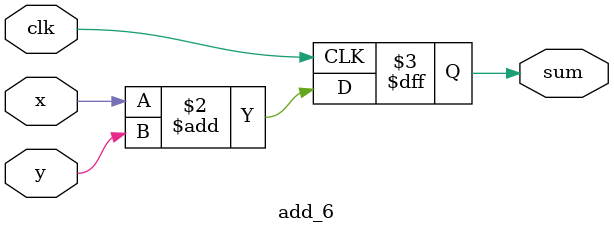
<source format=v>
module add_6(sum,x,y,clk);
  output reg sum;
  input x,y,clk;
  reg t1,t2;
  always @(posedge clk) begin
      sum <= x + y;
  end
endmodule
</source>
